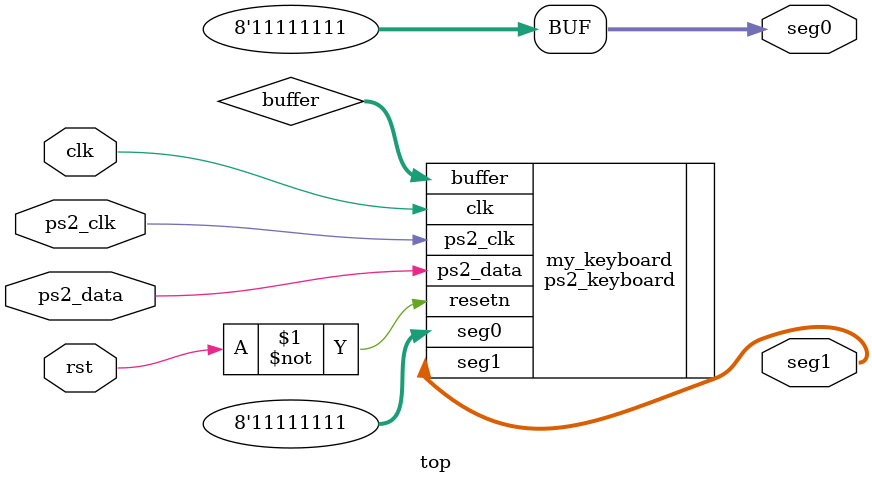
<source format=v>
module top (
    input clk,
    input rst,
    input ps2_clk,
    input ps2_data,
    output reg [7:0] seg0 = 8'b11111111,
    output reg [7:0] seg1);
    
reg [9:0] buffer;
ps2_keyboard my_keyboard(
    .clk(clk),
    .resetn(~rst),
    .ps2_clk(ps2_clk),
    .ps2_data(ps2_data),
    .buffer(buffer),
    .seg0(seg0),
    .seg1(seg1)
);
//segs seg(buffer,clk, seg0, seg1);
endmodule


</source>
